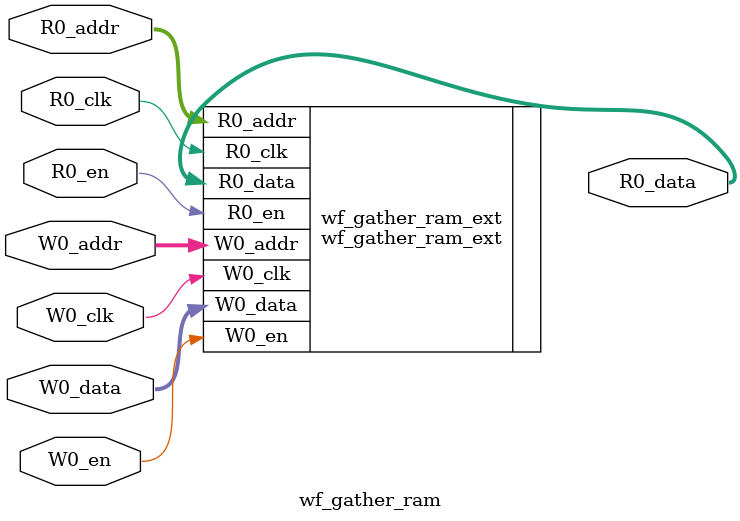
<source format=sv>
`ifndef RANDOMIZE
  `ifdef RANDOMIZE_MEM_INIT
    `define RANDOMIZE
  `endif // RANDOMIZE_MEM_INIT
`endif // not def RANDOMIZE
`ifndef RANDOMIZE
  `ifdef RANDOMIZE_REG_INIT
    `define RANDOMIZE
  `endif // RANDOMIZE_REG_INIT
`endif // not def RANDOMIZE

`ifndef RANDOM
  `define RANDOM $random
`endif // not def RANDOM

// Users can define INIT_RANDOM as general code that gets injected into the
// initializer block for modules with registers.
`ifndef INIT_RANDOM
  `define INIT_RANDOM
`endif // not def INIT_RANDOM

// If using random initialization, you can also define RANDOMIZE_DELAY to
// customize the delay used, otherwise 0.002 is used.
`ifndef RANDOMIZE_DELAY
  `define RANDOMIZE_DELAY 0.002
`endif // not def RANDOMIZE_DELAY

// Define INIT_RANDOM_PROLOG_ for use in our modules below.
`ifndef INIT_RANDOM_PROLOG_
  `ifdef RANDOMIZE
    `ifdef VERILATOR
      `define INIT_RANDOM_PROLOG_ `INIT_RANDOM
    `else  // VERILATOR
      `define INIT_RANDOM_PROLOG_ `INIT_RANDOM #`RANDOMIZE_DELAY begin end
    `endif // VERILATOR
  `else  // RANDOMIZE
    `define INIT_RANDOM_PROLOG_
  `endif // RANDOMIZE
`endif // not def INIT_RANDOM_PROLOG_

// Include register initializers in init blocks unless synthesis is set
`ifndef SYNTHESIS
  `ifndef ENABLE_INITIAL_REG_
    `define ENABLE_INITIAL_REG_
  `endif // not def ENABLE_INITIAL_REG_
`endif // not def SYNTHESIS

// Include rmemory initializers in init blocks unless synthesis is set
`ifndef SYNTHESIS
  `ifndef ENABLE_INITIAL_MEM_
    `define ENABLE_INITIAL_MEM_
  `endif // not def ENABLE_INITIAL_MEM_
`endif // not def SYNTHESIS

// Standard header to adapt well known macros for prints and assertions.

// Users can define 'PRINTF_COND' to add an extra gate to prints.
`ifndef PRINTF_COND_
  `ifdef PRINTF_COND
    `define PRINTF_COND_ (`PRINTF_COND)
  `else  // PRINTF_COND
    `define PRINTF_COND_ 1
  `endif // PRINTF_COND
`endif // not def PRINTF_COND_

// Users can define 'ASSERT_VERBOSE_COND' to add an extra gate to assert error printing.
`ifndef ASSERT_VERBOSE_COND_
  `ifdef ASSERT_VERBOSE_COND
    `define ASSERT_VERBOSE_COND_ (`ASSERT_VERBOSE_COND)
  `else  // ASSERT_VERBOSE_COND
    `define ASSERT_VERBOSE_COND_ 1
  `endif // ASSERT_VERBOSE_COND
`endif // not def ASSERT_VERBOSE_COND_

// Users can define 'STOP_COND' to add an extra gate to stop conditions.
`ifndef STOP_COND_
  `ifdef STOP_COND
    `define STOP_COND_ (`STOP_COND)
  `else  // STOP_COND
    `define STOP_COND_ 1
  `endif // STOP_COND
`endif // not def STOP_COND_

module wf_gather_ram(	// ventus/src/cta/cu_interface.scala:127:34
  input  [2:0]  R0_addr,
  input         R0_en,
                R0_clk,
  output [38:0] R0_data,
  input  [2:0]  W0_addr,
  input         W0_en,
                W0_clk,
  input  [38:0] W0_data
);

  wf_gather_ram_ext wf_gather_ram_ext (	// ventus/src/cta/cu_interface.scala:127:34
    .R0_addr (R0_addr),
    .R0_en   (R0_en),
    .R0_clk  (R0_clk),
    .R0_data (R0_data),
    .W0_addr (W0_addr),
    .W0_en   (W0_en),
    .W0_clk  (W0_clk),
    .W0_data (W0_data)
  );
endmodule


</source>
